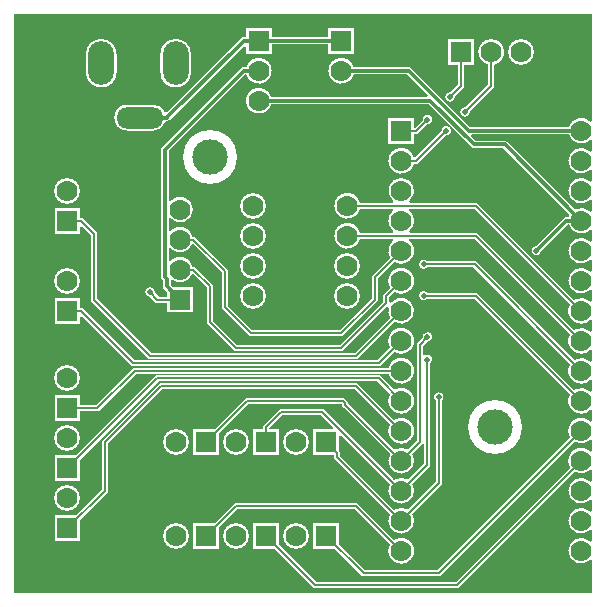
<source format=gtl>
G04 ================== begin FILE IDENTIFICATION RECORD ==================*
G04 Layout Name:  bicycle.brd*
G04 Film Name:    TOP*
G04 File Format:  Gerber RS274X*
G04 File Origin:  Cadence Allegro 16.6-2015-S061*
G04 Origin Date:  Thu Aug 31 21:23:53 2017*
G04 *
G04 Layer:  ETCH/TOP*
G04 Layer:  PIN/TOP*
G04 Layer:  VIA CLASS/TOP*
G04 *
G04 Offset:    (0.000 0.000)*
G04 Mirror:    No*
G04 Mode:      Positive*
G04 Rotation:  0*
G04 FullContactRelief:  No*
G04 UndefLineWidth:     0.000*
G04 ================== end FILE IDENTIFICATION RECORD ====================*
%FSLAX25Y25*MOIN*%
%IR0*IPPOS*OFA0.00000B0.00000*MIA0B0*SFA1.00000B1.00000*%
%ADD15C,.118*%
%ADD13O,.15748X.070866*%
%ADD12O,.086614X.145669*%
%ADD11C,.07*%
%ADD10R,.07X.07*%
%ADD14C,.0197*%
%ADD16C,.008*%
%ADD17C,.012*%
%ADD18C,.180004*%
%ADD19C,.086004*%
G75*
%LPD*%
G75*
G36*
G01X-96425Y-96425D02*
Y96425D01*
X96250D01*
Y60797D01*
G02X95565Y60516I-400J0D01*
G03X88371Y58700I-3065J-3016D01*
G01X55497D01*
X35497Y78700D01*
X16629D01*
G03Y76300I-4129J-1200D01*
G01X34503D01*
X41420Y69383D01*
G02X41137Y68700I-283J-283D01*
G01X-10871D01*
G03Y66300I-4129J-1200D01*
G01X41674D01*
X56174Y51800D01*
X66503D01*
X88730Y29573D01*
X88664Y29444D01*
G03X88371Y28700I3836J-1943D01*
G01X87003D01*
X77385Y19083D01*
X77316Y19074D01*
G03X79074Y17316I184J-1574D01*
G01X79083Y17385D01*
X87997Y26300D01*
X88371D01*
G03X95565Y24484I4129J1200D01*
G02X96250Y24203I285J-281D01*
G01Y20797D01*
G02X95565Y20516I-400J0D01*
G03Y14484I-3065J-3016D01*
G02X96250Y14203I285J-281D01*
G01Y10797D01*
G02X95565Y10516I-400J0D01*
G03Y4484I-3065J-3016D01*
G02X96250Y4203I285J-281D01*
G01Y797D01*
G02X95565Y516I-400J0D01*
G03X90380Y1242I-3065J-3016D01*
G01X90248Y1166D01*
X57914Y33500D01*
X35522D01*
G02X35265Y34206I0J400D01*
G03X29735I-2765J3293D01*
G02X29478Y33500I-257J-306D01*
G01X18683D01*
X18642Y33647D01*
G03Y31353I-4144J-1147D01*
G01X18683Y31500D01*
X29478D01*
G02X29735Y30794I0J-400D01*
G03Y24206I2765J-3293D01*
G02X29478Y23500I-257J-306D01*
G01X18683D01*
X18642Y23647D01*
G03Y21353I-4144J-1147D01*
G01X18683Y21500D01*
X29478D01*
G02X29735Y20794I0J-400D01*
G03X28758Y15380I2765J-3293D01*
G01X28834Y15248D01*
X22750Y9164D01*
Y1664D01*
X12086Y-9000D01*
X-17086D01*
X-25250Y-836D01*
Y11164D01*
X-36336Y22250D01*
X-37065D01*
X-37106Y22397D01*
G03X-44360Y24219I-4144J-1147D01*
G02X-45050Y24496I-289J276D01*
G01Y28005D01*
G02X-44360Y28281I400J0D01*
G03Y34219I3110J2969D01*
G02X-45050Y34496I-289J276D01*
G01Y50753D01*
X-19503Y76300D01*
X-19129D01*
G03Y78700I4129J1200D01*
G01X-20497D01*
X-47450Y51747D01*
Y8253D01*
X-46799Y7602D01*
Y5102D01*
X-45550Y3853D01*
Y2250D01*
X-48336D01*
X-49671Y3585D01*
X-49667Y3674D01*
G03X-51174Y2167I-1583J76D01*
G01X-51085Y2171D01*
X-49164Y250D01*
X-45550D01*
Y-3050D01*
X-36950D01*
Y5550D01*
X-43853D01*
X-44398Y6096D01*
Y7437D01*
G02X-43764Y7762I400J0D01*
G03X-37284Y9589I2514J3488D01*
G02X-36632Y9717I369J-154D01*
G01X-32250Y5336D01*
Y-6664D01*
X-22914Y-16000D01*
X12914D01*
X27606Y-1309D01*
G02X28281Y-1669I283J-283D01*
G03X28758Y-4620I4219J-831D01*
G01X28834Y-4752D01*
X17086Y-16500D01*
X-50836D01*
X-69000Y1664D01*
Y23664D01*
X-73836Y28500D01*
X-74450D01*
Y31800D01*
X-83050D01*
Y23200D01*
X-74450D01*
Y25320D01*
G02X-73767Y25602I400J0D01*
G01X-71000Y22836D01*
Y836D01*
X-51664Y-18500D01*
X17914D01*
X30248Y-6166D01*
X30380Y-6242D01*
G03X29207Y265I2120J3742D01*
G02X28500Y522I-306J257D01*
G01Y2086D01*
X30248Y3834D01*
X30380Y3758D01*
G03X28758Y5380I2120J3741D01*
G01X28834Y5248D01*
X26500Y2914D01*
Y414D01*
X12086Y-14000D01*
X-22086D01*
X-30250Y-5836D01*
Y6164D01*
X-36336Y12250D01*
X-37065D01*
X-37106Y12397D01*
G03X-44360Y14219I-4144J-1147D01*
G02X-45050Y14496I-289J276D01*
G01Y18004D01*
G02X-44360Y18281I400J0D01*
G03X-37284Y19589I3110J2969D01*
G02X-36632Y19717I369J-154D01*
G01X-27250Y10336D01*
Y-1664D01*
X-17914Y-11000D01*
X12914D01*
X24750Y836D01*
Y8336D01*
X30248Y13834D01*
X30380Y13759D01*
G03X35265Y20794I2120J3742D01*
G02X35522Y21500I257J306D01*
G01X57086D01*
X88835Y-10250D01*
G03X95565Y-15516I3665J-2250D01*
G02X96250Y-15797I285J-281D01*
G01Y-19203D01*
G02X95565Y-19484I-400J0D01*
G03X90250Y-18835I-3065J-3016D01*
G01X57414Y14000D01*
X41230D01*
G03Y12000I-1230J-1000D01*
G01X56586D01*
X88835Y-20250D01*
G03X95565Y-25516I3665J-2250D01*
G02X96250Y-25797I285J-281D01*
G01Y-29203D01*
G02X95565Y-29484I-400J0D01*
G03X90380Y-28758I-3065J-3016D01*
G01X90248Y-28834D01*
X57914Y3500D01*
X41230D01*
G03Y1500I-1230J-1000D01*
G01X57086D01*
X88835Y-30250D01*
G03X95565Y-35516I3665J-2250D01*
G02X96250Y-35797I285J-281D01*
G01Y-39203D01*
G02X95565Y-39484I-400J0D01*
G03X88758Y-44620I-3065J-3016D01*
G01X88834Y-44752D01*
X44586Y-89000D01*
X20414D01*
X11800Y-80386D01*
Y-73200D01*
X3200D01*
Y-81800D01*
X10386D01*
X19586Y-91000D01*
X45414D01*
X90250Y-46165D01*
G03X95565Y-45516I2250J3665D01*
G02X96250Y-45797I285J-281D01*
G01Y-49203D01*
G02X95565Y-49484I-400J0D01*
G03X88758Y-54620I-3065J-3016D01*
G01X88834Y-54752D01*
X50836Y-92750D01*
X4164D01*
X-8200Y-80386D01*
Y-73200D01*
X-16800D01*
Y-81800D01*
X-9614D01*
X3336Y-94750D01*
X51664D01*
X90248Y-56166D01*
X90380Y-56242D01*
G03X95565Y-55516I2120J3742D01*
G02X96250Y-55797I285J-281D01*
G01Y-59203D01*
G02X95565Y-59484I-400J0D01*
G03Y-65516I-3065J-3016D01*
G02X96250Y-65797I285J-281D01*
G01Y-69203D01*
G02X95565Y-69484I-400J0D01*
G03Y-75516I-3065J-3016D01*
G02X96250Y-75797I285J-281D01*
G01Y-79203D01*
G02X95565Y-79484I-400J0D01*
G03Y-85516I-3065J-3016D01*
G02X96250Y-85797I285J-281D01*
G01Y-96425D01*
X-96425D01*
G37*
G36*
G01X95565Y-9484D02*
G03X90380Y-8758I-3065J-3016D01*
G01X90248Y-8834D01*
X57914Y23500D01*
X35522D01*
G02X35265Y24206I0J400D01*
G03Y30794I-2765J3294D01*
G02X35522Y31500I257J306D01*
G01X57086D01*
X88835Y-250D01*
G03X95565Y-5516I3665J-2250D01*
G02X96250Y-5797I285J-281D01*
G01Y-9203D01*
G02X95565Y-9484I-400J0D01*
G37*
G36*
G01Y30516D02*
G03X90556Y31336I-3065J-3016D01*
G01X90427Y31270D01*
X67497Y54200D01*
X57169D01*
X55752Y55617D01*
G02X56035Y56300I283J283D01*
G01X88371D01*
G03X95565Y54484I4129J1200D01*
G02X96250Y54203I285J-281D01*
G01Y50797D01*
G02X95565Y50516I-400J0D01*
G03Y44484I-3065J-3016D01*
G02X96250Y44203I285J-281D01*
G01Y40797D01*
G02X95565Y40516I-400J0D01*
G03Y34484I-3065J-3016D01*
G02X96250Y34203I285J-281D01*
G01Y30797D01*
G02X95565Y30516I-400J0D01*
G37*
%LPC*%
G75*
G36*
G01X-37566Y77047D02*
G02X-47828I-5131J0D01*
G01Y82953D01*
G02X-37566I5131J0D01*
G01Y77047D01*
G37*
G36*
G01X-62369D02*
G02X-72631I-5131J0D01*
G01Y82953D01*
G02X-62369I5131J0D01*
G01Y77047D01*
G37*
G36*
G01X48826Y70333D02*
X48915Y70329D01*
X51500Y72914D01*
Y79450D01*
X48200D01*
Y88050D01*
X56800D01*
Y79450D01*
X53500D01*
Y72086D01*
X50329Y68915D01*
X50333Y68826D01*
G02X48826Y70333I-1583J-76D01*
G37*
G36*
G01X63500Y79565D02*
Y72086D01*
X55329Y63915D01*
X55333Y63826D01*
G02X53826Y65333I-1583J-76D01*
G01X53915Y65329D01*
X61500Y72914D01*
Y79565D01*
X61353Y79606D01*
G02X63647I1147J4144D01*
G01X63500Y79565D01*
G37*
G36*
G01X-19983Y85820D02*
X-44585Y61217D01*
G02X-44678Y61134I-848J849D01*
G02X-45610Y60690I-932J756D01*
G01X-46003D01*
G02X-50177Y57546I-4174J1200D01*
G01X-58839D01*
G02Y66233I0J4344D01*
G01X-50177D01*
G02X-46238Y63719I0J-4343D01*
G03X-45592Y63605I363J169D01*
G01X-20497Y88700D01*
X-19300D01*
Y91800D01*
X-10700D01*
Y88700D01*
X8200D01*
Y91800D01*
X16800D01*
Y83200D01*
X8200D01*
Y86300D01*
X-10700D01*
Y83200D01*
X-19300D01*
Y85537D01*
G03X-19983Y85820I-400J0D01*
G37*
G36*
G01X41174Y59667D02*
X41085Y59671D01*
X37914Y56500D01*
X36800D01*
Y53200D01*
X28200D01*
Y61800D01*
X36800D01*
Y58500D01*
X37086D01*
X39671Y61085D01*
X39667Y61174D01*
G02X41174Y59667I1583J76D01*
G37*
G36*
G01X37086Y48500D02*
X45921Y57335D01*
X45917Y57424D01*
G02X47424Y55917I1583J76D01*
G01X47335Y55921D01*
X37914Y46500D01*
X36685D01*
X36644Y46353D01*
G02Y48647I-4144J1147D01*
G01X36685Y48500D01*
X37086D01*
G37*
G36*
G01X30248Y-16166D02*
X25414Y-21000D01*
X-57164D01*
X-73767Y-4398D01*
G03X-74450Y-4680I-283J-283D01*
G01Y-6800D01*
X-83050D01*
Y1800D01*
X-74450D01*
Y-1500D01*
X-73836D01*
X-56336Y-19000D01*
X24586D01*
X28834Y-14752D01*
X28758Y-14620D01*
G02X30380Y-16242I3742J2120D01*
G01X30248Y-16166D01*
G37*
G36*
G01X-74450Y-36000D02*
Y-39300D01*
X-83050D01*
Y-30700D01*
X-74450D01*
Y-34000D01*
X-69164D01*
X-56664Y-21500D01*
X28315D01*
X28356Y-21353D01*
G02Y-23647I4144J-1147D01*
G01X28315Y-23500D01*
X-55836D01*
X-68336Y-36000D01*
X-74450D01*
G37*
G36*
G01Y-52114D02*
Y-59300D01*
X-83050D01*
Y-50700D01*
X-75864D01*
X-49164Y-24000D01*
X25414D01*
X30248Y-28834D01*
X30380Y-28758D01*
G02X28758Y-30380I2120J-3742D01*
G01X28834Y-30248D01*
X24586Y-26000D01*
X-48336D01*
X-74450Y-52114D01*
G37*
G36*
G01X9852Y-41267D02*
X5836Y-37250D01*
X-7086D01*
X-11500Y-41664D01*
Y-41950D01*
X-8200D01*
Y-50550D01*
X-16800D01*
Y-41950D01*
X-13500D01*
Y-40836D01*
X-7914Y-35250D01*
X6664D01*
X30248Y-58834D01*
X30380Y-58758D01*
G02X34750Y-58835I2120J-3741D01*
G01X40250Y-53336D01*
Y-19980D01*
G02X40096Y-19837I1000J1230D01*
G03X39750Y-19974I-146J-137D01*
G01Y-46664D01*
X36165Y-50250D01*
G02X28835I-3665J-2250D01*
G01X12750Y-34164D01*
Y-33714D01*
X12536Y-33500D01*
X-18336D01*
X-28200Y-43364D01*
Y-50550D01*
X-36800D01*
Y-41950D01*
X-29614D01*
X-19164Y-31500D01*
X13364D01*
X14750Y-32886D01*
Y-33336D01*
X30250Y-48835D01*
G02X34750I2250J-3665D01*
G01X37750Y-45836D01*
Y-13336D01*
X39671Y-11415D01*
X39667Y-11326D01*
G02X41174Y-12833I1583J76D01*
G01X41085Y-12829D01*
X39750Y-14164D01*
Y-17097D01*
G03X40372Y-17430I400J0D01*
G02X42250Y-19980I878J-1320D01*
G01Y-54164D01*
X36166Y-60248D01*
X36242Y-60380D01*
G02X28758I-3742J-2120D01*
G01X28834Y-60248D01*
X12483Y-43898D01*
G03X11800Y-44180I-283J-283D01*
G01Y-49136D01*
X12207Y-49543D01*
Y-50793D01*
X30248Y-68834D01*
X30380Y-68758D01*
G02X34750Y-68835I2120J-3741D01*
G01X44000Y-59586D01*
Y-32480D01*
G02X46000I1000J1230D01*
G01Y-60414D01*
X36166Y-70248D01*
X36242Y-70380D01*
G02X28758I-3742J-2120D01*
G01X28834Y-70248D01*
X10207Y-51622D01*
Y-50550D01*
X3200D01*
Y-41950D01*
X9570D01*
G03X9852Y-41267I0J400D01*
G37*
G36*
G01X28834Y-40248D02*
X17086Y-28500D01*
X-47086D01*
X-65250Y-46664D01*
Y-62914D01*
X-74450Y-72114D01*
Y-79300D01*
X-83050D01*
Y-70700D01*
X-75864D01*
X-67250Y-62086D01*
Y-45836D01*
X-47914Y-26500D01*
X17914D01*
X30248Y-38834D01*
X30380Y-38758D01*
G02X28758Y-40380I2120J-3741D01*
G01X28834Y-40248D01*
G37*
G36*
G01X-22086Y-68500D02*
X-28200Y-74614D01*
Y-81800D01*
X-36800D01*
Y-73200D01*
X-29614D01*
X-22914Y-66500D01*
X17914D01*
X30248Y-78834D01*
X30380Y-78759D01*
G02X28758Y-80380I2120J-3741D01*
G01X28834Y-80248D01*
X17086Y-68500D01*
X-22086D01*
G37*
G54D18*
X-31250Y48750D03*
X63750Y-41250D03*
G54D19*
X-78750Y-65000D03*
Y-45000D03*
Y-25000D03*
Y7500D03*
Y37500D03*
X-42500Y-77500D03*
Y-46250D03*
X-22500Y-77500D03*
Y-46250D03*
X-16998Y2500D03*
Y12500D03*
Y22500D03*
Y32500D03*
X-2500Y-77500D03*
Y-46250D03*
X14498Y2500D03*
Y12500D03*
X72500Y83750D03*
%LPD*%
G75*
G54D10*
X-78750Y-75000D03*
Y-55000D03*
Y-35000D03*
Y-2500D03*
Y27500D03*
X-41250Y1250D03*
X-32500Y-77500D03*
Y-46250D03*
X-15000Y87500D03*
X-12500Y-77500D03*
Y-46250D03*
X7500Y-77500D03*
Y-46250D03*
X12500Y87500D03*
X32500Y57500D03*
X52500Y83750D03*
G54D11*
X-78750Y-65000D03*
Y-45000D03*
Y-25000D03*
Y7500D03*
Y37500D03*
X-42500Y-77500D03*
Y-46250D03*
X-41250Y11250D03*
Y21250D03*
Y31250D03*
X-22500Y-77500D03*
Y-46250D03*
X-16998Y2500D03*
Y12500D03*
Y22500D03*
Y32500D03*
X-15000Y67500D03*
Y77500D03*
X-2500Y-77500D03*
Y-46250D03*
X14498Y2500D03*
Y12500D03*
Y22500D03*
Y32500D03*
X12500Y77500D03*
X32500Y-82500D03*
Y-72500D03*
Y-62500D03*
Y-52500D03*
Y-42500D03*
Y-32500D03*
Y-22500D03*
Y-12500D03*
Y-2500D03*
Y7500D03*
Y17500D03*
Y27500D03*
Y37500D03*
Y47500D03*
X62500Y83750D03*
X72500D03*
X92500Y-82500D03*
Y-72500D03*
Y-62500D03*
Y-52500D03*
Y-42500D03*
Y-32500D03*
Y-22500D03*
Y-12500D03*
Y-2500D03*
Y7500D03*
Y17500D03*
Y27500D03*
Y37500D03*
Y47500D03*
Y57500D03*
G54D12*
X-67500Y80000D03*
X-42697D03*
G54D13*
X-54508Y61890D03*
G54D14*
X-51250Y3750D03*
X45000Y-31250D03*
X41250Y-18750D03*
Y-11250D03*
X40000Y2500D03*
Y13000D03*
X41250Y61250D03*
X47500Y57500D03*
X48750Y68750D03*
X53750Y63750D03*
X77500Y17500D03*
G54D15*
X-31250Y48750D03*
X63750Y-41250D03*
G54D16*
G01X32500Y-42500D02*
X17500Y-27500D01*
X-47500D01*
X-66250Y-46250D01*
Y-62500D01*
X-78750Y-75000D01*
G01X32500Y-32500D02*
X25000Y-25000D01*
X-48750D01*
X-78750Y-55000D01*
G01X32500Y-22500D02*
X-56250D01*
X-68750Y-35000D01*
X-78750D01*
G01X32500Y-12500D02*
X25000Y-20000D01*
X-56750D01*
X-74250Y-2500D01*
X-78750D01*
G01X32500D02*
X17500Y-17500D01*
X-51250D01*
X-70000Y1250D01*
Y23250D01*
X-74250Y27500D01*
X-78750D01*
G01X-41250Y1250D02*
X-48750D01*
X-51250Y3750D01*
G01X-45434Y62066D02*
X-45610Y61890D01*
G01X32500Y7500D02*
X27500Y2500D01*
Y0D01*
X12500Y-15000D01*
X-22500D01*
X-31250Y-6250D01*
Y5750D01*
X-36750Y11250D01*
X-41250D01*
G01X32500Y17500D02*
X23750Y8750D01*
Y1250D01*
X12500Y-10000D01*
X-17500D01*
X-26250Y-1250D01*
Y10750D01*
X-36750Y21250D01*
X-41250D01*
G01X32500Y-82500D02*
X17500Y-67500D01*
X-22500D01*
X-32500Y-77500D01*
G01X32500Y-52500D02*
X13750Y-33750D01*
Y-33300D01*
X12950Y-32500D01*
X-18750D01*
X-32500Y-46250D01*
G01X92500Y-52500D02*
X51250Y-93750D01*
X3750D01*
X-12500Y-77500D01*
G01X32500Y-62500D02*
X6250Y-36250D01*
X-7500D01*
X-12500Y-41250D01*
Y-46250D01*
G01X92500Y-42500D02*
X45000Y-90000D01*
X20000D01*
X7500Y-77500D01*
G01X32500Y-72500D02*
X11207Y-51207D01*
Y-49957D01*
X7500Y-46250D01*
G01X92500Y-12500D02*
X57500Y22500D01*
X14498D01*
G01X92500Y-2500D02*
X57500Y32500D01*
X14498D01*
G01X45000Y-31250D02*
Y-60000D01*
X32500Y-72500D01*
G01Y-62500D02*
X41250Y-53750D01*
Y-18750D01*
G01Y-11250D02*
X38750Y-13750D01*
Y-46250D01*
X32500Y-52500D01*
G01Y47500D02*
X37500D01*
X47500Y57500D01*
G01X32500D02*
X37500D01*
X41250Y61250D01*
G01X92500Y-32500D02*
X57500Y2500D01*
X40000D01*
G01X92500Y-22500D02*
X57000Y13000D01*
X40000D01*
G01X52500Y83750D02*
Y72500D01*
X48750Y68750D01*
G01X62500Y83750D02*
Y72500D01*
X53750Y63750D01*
G54D17*
G01X-15000Y87500D02*
X-20000D01*
X-45434Y62066D01*
G01X-45610Y61890D02*
X-54508D01*
G01X-15000Y77500D02*
X-20000D01*
X-46250Y51250D01*
Y8750D01*
X-45599Y8099D01*
Y5599D01*
X-41250Y1250D01*
G01X92500Y27500D02*
X67000Y53000D01*
X56672D01*
X42172Y67500D01*
X-15000D01*
G01X12500Y87500D02*
X-15000D01*
G01X92500Y57500D02*
X55000D01*
X35000Y77500D01*
X12500D01*
G01X92500Y27500D02*
X87500D01*
X77500Y17500D01*
M02*

</source>
